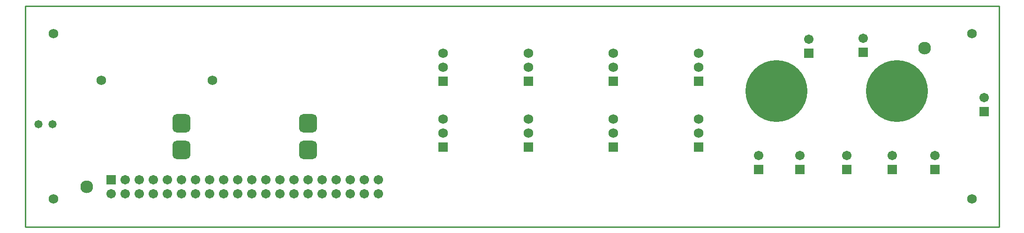
<source format=gts>
G04 Layer_Color=8388736*
%FSLAX25Y25*%
%MOIN*%
G70*
G01*
G75*
%ADD11C,0.01000*%
%ADD20C,0.44094*%
G04:AMPARAMS|DCode=282|XSize=128.11mil|YSize=134.02mil|CornerRadius=34.53mil|HoleSize=0mil|Usage=FLASHONLY|Rotation=180.000|XOffset=0mil|YOffset=0mil|HoleType=Round|Shape=RoundedRectangle|*
%AMROUNDEDRECTD282*
21,1,0.12811,0.06496,0,0,180.0*
21,1,0.05906,0.13402,0,0,180.0*
1,1,0.06906,-0.02953,0.03248*
1,1,0.06906,0.02953,0.03248*
1,1,0.06906,0.02953,-0.03248*
1,1,0.06906,-0.02953,-0.03248*
%
%ADD282ROUNDEDRECTD282*%
%ADD283C,0.09055*%
%ADD284C,0.06800*%
%ADD285R,0.06706X0.06706*%
%ADD286C,0.06706*%
%ADD287C,0.05800*%
%ADD288R,0.06706X0.06706*%
%ADD289R,0.06800X0.06800*%
D11*
X0Y0D02*
X692500D01*
X0Y157500D02*
X692500D01*
X0Y0D02*
Y157500D01*
X692500Y0D02*
Y157500D01*
D20*
X534000Y96900D02*
D03*
X619900D02*
D03*
D282*
X111300Y54851D02*
D03*
Y73749D02*
D03*
X201100Y54851D02*
D03*
Y73749D02*
D03*
D283*
X43900Y28500D02*
D03*
X639500Y127400D02*
D03*
D284*
X133040Y104700D02*
D03*
X54300D02*
D03*
X478700Y76756D02*
D03*
Y66756D02*
D03*
X20000Y20000D02*
D03*
X673000D02*
D03*
Y138000D02*
D03*
X20000D02*
D03*
X478700Y124000D02*
D03*
Y114000D02*
D03*
X418200Y76756D02*
D03*
Y66756D02*
D03*
Y124000D02*
D03*
Y114000D02*
D03*
X357700Y76756D02*
D03*
Y66756D02*
D03*
Y124000D02*
D03*
Y114000D02*
D03*
X297200Y76756D02*
D03*
Y66756D02*
D03*
Y124000D02*
D03*
Y114000D02*
D03*
D285*
X646800Y40900D02*
D03*
X616600D02*
D03*
X584000D02*
D03*
X550900D02*
D03*
X521600D02*
D03*
X595700Y124700D02*
D03*
X557100Y123800D02*
D03*
X681900Y82300D02*
D03*
D286*
X646800Y50900D02*
D03*
X616600D02*
D03*
X584000D02*
D03*
X550900D02*
D03*
X521600D02*
D03*
X595700Y134700D02*
D03*
X557100Y133800D02*
D03*
X251300Y23400D02*
D03*
Y33400D02*
D03*
X241300Y23400D02*
D03*
Y33400D02*
D03*
X231300Y23400D02*
D03*
Y33400D02*
D03*
X221300Y23400D02*
D03*
Y33400D02*
D03*
X211300Y23400D02*
D03*
Y33400D02*
D03*
X201300Y23400D02*
D03*
Y33400D02*
D03*
X191300Y23400D02*
D03*
Y33400D02*
D03*
X181300Y23400D02*
D03*
Y33400D02*
D03*
X171300Y23400D02*
D03*
Y33400D02*
D03*
X161300Y23400D02*
D03*
Y33400D02*
D03*
X151300Y23400D02*
D03*
Y33400D02*
D03*
X141300Y23400D02*
D03*
Y33400D02*
D03*
X131300Y23400D02*
D03*
Y33400D02*
D03*
X121300Y23400D02*
D03*
Y33400D02*
D03*
X111300Y23400D02*
D03*
Y33400D02*
D03*
X101300Y23400D02*
D03*
Y33400D02*
D03*
X91300Y23400D02*
D03*
Y33400D02*
D03*
X81300Y23400D02*
D03*
Y33400D02*
D03*
X71300Y23400D02*
D03*
Y33400D02*
D03*
X61300Y23400D02*
D03*
X681900Y92300D02*
D03*
D287*
X9500Y73100D02*
D03*
X19500D02*
D03*
D288*
X61300Y33400D02*
D03*
D289*
X478700Y56756D02*
D03*
Y104000D02*
D03*
X418200Y56756D02*
D03*
Y104000D02*
D03*
X357700Y56756D02*
D03*
Y104000D02*
D03*
X297200Y56756D02*
D03*
Y104000D02*
D03*
M02*

</source>
